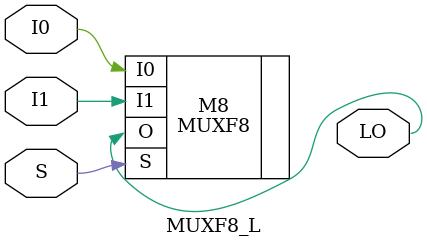
<source format=v>

`timescale  1 ps / 1 ps

module MUXF8_L (LO, I0, I1, S);

    output LO;

    input  I0, I1, S;

    MUXF8 M8 (.O(LO), .I0(I0), .I1(I1), .S(S));

endmodule

</source>
